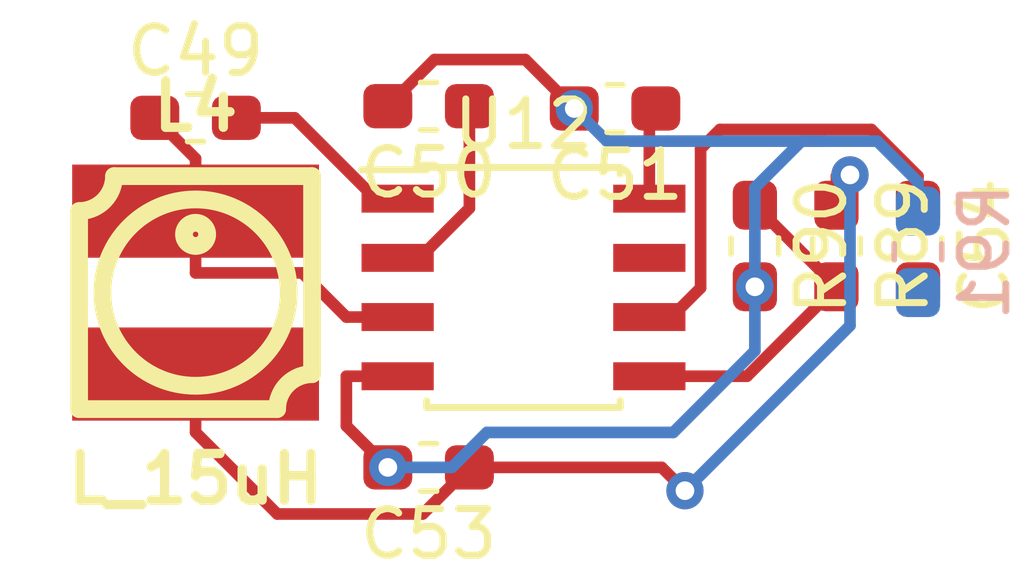
<source format=kicad_pcb>
(kicad_pcb (version 20171130) (host pcbnew 5.0.2-bee76a0~70~ubuntu18.04.1)

  (general
    (thickness 1.6)
    (drawings 0)
    (tracks 60)
    (zones 0)
    (modules 10)
    (nets 11)
  )

  (page A4)
  (layers
    (0 F.Cu signal)
    (31 B.Cu signal)
    (32 B.Adhes user)
    (33 F.Adhes user)
    (34 B.Paste user)
    (35 F.Paste user)
    (36 B.SilkS user)
    (37 F.SilkS user)
    (38 B.Mask user)
    (39 F.Mask user)
    (40 Dwgs.User user)
    (41 Cmts.User user)
    (42 Eco1.User user)
    (43 Eco2.User user)
    (44 Edge.Cuts user)
    (45 Margin user)
    (46 B.CrtYd user)
    (47 F.CrtYd user)
    (48 B.Fab user)
    (49 F.Fab user)
  )

  (setup
    (last_trace_width 0.25)
    (trace_clearance 0.2)
    (zone_clearance 0.508)
    (zone_45_only no)
    (trace_min 0.2)
    (segment_width 0.2)
    (edge_width 0.1)
    (via_size 0.8)
    (via_drill 0.4)
    (via_min_size 0.4)
    (via_min_drill 0.3)
    (uvia_size 0.3)
    (uvia_drill 0.1)
    (uvias_allowed no)
    (uvia_min_size 0.2)
    (uvia_min_drill 0.1)
    (pcb_text_width 0.3)
    (pcb_text_size 1.5 1.5)
    (mod_edge_width 0.15)
    (mod_text_size 1 1)
    (mod_text_width 0.15)
    (pad_size 1.5 1.5)
    (pad_drill 0.6)
    (pad_to_mask_clearance 0)
    (aux_axis_origin 0 0)
    (visible_elements FFFFFF7F)
    (pcbplotparams
      (layerselection 0x010fc_ffffffff)
      (usegerberextensions false)
      (usegerberattributes false)
      (usegerberadvancedattributes false)
      (creategerberjobfile false)
      (excludeedgelayer true)
      (linewidth 0.100000)
      (plotframeref false)
      (viasonmask false)
      (mode 1)
      (useauxorigin false)
      (hpglpennumber 1)
      (hpglpenspeed 20)
      (hpglpendiameter 15.000000)
      (psnegative false)
      (psa4output false)
      (plotreference true)
      (plotvalue true)
      (plotinvisibletext false)
      (padsonsilk false)
      (subtractmaskfromsilk false)
      (outputformat 1)
      (mirror false)
      (drillshape 1)
      (scaleselection 1)
      (outputdirectory ""))
  )

  (net 0 "")
  (net 1 +3V3_STM32)
  (net 2 "Net-(C49-Pad1)")
  (net 3 "Net-(R89-Pad2)")
  (net 4 GND)
  (net 5 "Net-(C54-Pad2)")
  (net 6 "Net-(C49-Pad2)")
  (net 7 +12V)
  (net 8 "Net-(C54-Pad1)")
  (net 9 "Net-(U12-Pad7)")
  (net 10 "Net-(C51-Pad1)")

  (net_class Default "This is the default net class."
    (clearance 0.2)
    (trace_width 0.25)
    (via_dia 0.8)
    (via_drill 0.4)
    (uvia_dia 0.3)
    (uvia_drill 0.1)
    (add_net +12V)
    (add_net +3V3_STM32)
    (add_net GND)
    (add_net "Net-(C49-Pad1)")
    (add_net "Net-(C49-Pad2)")
    (add_net "Net-(C51-Pad1)")
    (add_net "Net-(C54-Pad1)")
    (add_net "Net-(C54-Pad2)")
    (add_net "Net-(R89-Pad2)")
    (add_net "Net-(U12-Pad7)")
  )

  (module Capacitor_SMD:C_0603_1608Metric_Pad1.05x0.95mm_HandSolder (layer F.Cu) (tedit 5B301BBE) (tstamp 5CE6C828)
    (at 21.5 11.75 180)
    (descr "Capacitor SMD 0603 (1608 Metric), square (rectangular) end terminal, IPC_7351 nominal with elongated pad for handsoldering. (Body size source: http://www.tortai-tech.com/upload/download/2011102023233369053.pdf), generated with kicad-footprint-generator")
    (tags "capacitor handsolder")
    (path /5CC95CF5)
    (attr smd)
    (fp_text reference C50 (at 0 -1.43 180) (layer F.SilkS)
      (effects (font (size 1 1) (thickness 0.15)))
    )
    (fp_text value C106,0603 (at 0 1.43 180) (layer F.Fab)
      (effects (font (size 1 1) (thickness 0.15)))
    )
    (fp_line (start -0.8 0.4) (end -0.8 -0.4) (layer F.Fab) (width 0.1))
    (fp_line (start -0.8 -0.4) (end 0.8 -0.4) (layer F.Fab) (width 0.1))
    (fp_line (start 0.8 -0.4) (end 0.8 0.4) (layer F.Fab) (width 0.1))
    (fp_line (start 0.8 0.4) (end -0.8 0.4) (layer F.Fab) (width 0.1))
    (fp_line (start -0.171267 -0.51) (end 0.171267 -0.51) (layer F.SilkS) (width 0.12))
    (fp_line (start -0.171267 0.51) (end 0.171267 0.51) (layer F.SilkS) (width 0.12))
    (fp_line (start -1.65 0.73) (end -1.65 -0.73) (layer F.CrtYd) (width 0.05))
    (fp_line (start -1.65 -0.73) (end 1.65 -0.73) (layer F.CrtYd) (width 0.05))
    (fp_line (start 1.65 -0.73) (end 1.65 0.73) (layer F.CrtYd) (width 0.05))
    (fp_line (start 1.65 0.73) (end -1.65 0.73) (layer F.CrtYd) (width 0.05))
    (fp_text user %R (at 0 0 180) (layer F.Fab)
      (effects (font (size 0.4 0.4) (thickness 0.06)))
    )
    (pad 1 smd roundrect (at -0.875 0 180) (size 1.05 0.95) (layers F.Cu F.Paste F.Mask) (roundrect_rratio 0.25)
      (net 7 +12V))
    (pad 2 smd roundrect (at 0.875 0 180) (size 1.05 0.95) (layers F.Cu F.Paste F.Mask) (roundrect_rratio 0.25)
      (net 4 GND))
    (model ${KISYS3DMOD}/Capacitor_SMD.3dshapes/C_0603_1608Metric.wrl
      (at (xyz 0 0 0))
      (scale (xyz 1 1 1))
      (rotate (xyz 0 0 0))
    )
  )

  (module Capacitor_SMD:C_0603_1608Metric_Pad1.05x0.95mm_HandSolder (layer F.Cu) (tedit 5B301BBE) (tstamp 5CE6B77E)
    (at 21.5 19.5 180)
    (descr "Capacitor SMD 0603 (1608 Metric), square (rectangular) end terminal, IPC_7351 nominal with elongated pad for handsoldering. (Body size source: http://www.tortai-tech.com/upload/download/2011102023233369053.pdf), generated with kicad-footprint-generator")
    (tags "capacitor handsolder")
    (path /5CC95BA7)
    (attr smd)
    (fp_text reference C53 (at 0 -1.43 180) (layer F.SilkS)
      (effects (font (size 1 1) (thickness 0.15)))
    )
    (fp_text value C226,6.3v,0603 (at 0 1.43 180) (layer F.Fab)
      (effects (font (size 1 1) (thickness 0.15)))
    )
    (fp_line (start -0.8 0.4) (end -0.8 -0.4) (layer F.Fab) (width 0.1))
    (fp_line (start -0.8 -0.4) (end 0.8 -0.4) (layer F.Fab) (width 0.1))
    (fp_line (start 0.8 -0.4) (end 0.8 0.4) (layer F.Fab) (width 0.1))
    (fp_line (start 0.8 0.4) (end -0.8 0.4) (layer F.Fab) (width 0.1))
    (fp_line (start -0.171267 -0.51) (end 0.171267 -0.51) (layer F.SilkS) (width 0.12))
    (fp_line (start -0.171267 0.51) (end 0.171267 0.51) (layer F.SilkS) (width 0.12))
    (fp_line (start -1.65 0.73) (end -1.65 -0.73) (layer F.CrtYd) (width 0.05))
    (fp_line (start -1.65 -0.73) (end 1.65 -0.73) (layer F.CrtYd) (width 0.05))
    (fp_line (start 1.65 -0.73) (end 1.65 0.73) (layer F.CrtYd) (width 0.05))
    (fp_line (start 1.65 0.73) (end -1.65 0.73) (layer F.CrtYd) (width 0.05))
    (fp_text user %R (at 0 0 180) (layer F.Fab)
      (effects (font (size 0.4 0.4) (thickness 0.06)))
    )
    (pad 1 smd roundrect (at -0.875 0 180) (size 1.05 0.95) (layers F.Cu F.Paste F.Mask) (roundrect_rratio 0.25)
      (net 1 +3V3_STM32))
    (pad 2 smd roundrect (at 0.875 0 180) (size 1.05 0.95) (layers F.Cu F.Paste F.Mask) (roundrect_rratio 0.25)
      (net 4 GND))
    (model ${KISYS3DMOD}/Capacitor_SMD.3dshapes/C_0603_1608Metric.wrl
      (at (xyz 0 0 0))
      (scale (xyz 1 1 1))
      (rotate (xyz 0 0 0))
    )
  )

  (module Capacitor_SMD:C_0603_1608Metric_Pad1.05x0.95mm_HandSolder (layer F.Cu) (tedit 5B301BBE) (tstamp 5CE6AD82)
    (at 32 14.75 270)
    (descr "Capacitor SMD 0603 (1608 Metric), square (rectangular) end terminal, IPC_7351 nominal with elongated pad for handsoldering. (Body size source: http://www.tortai-tech.com/upload/download/2011102023233369053.pdf), generated with kicad-footprint-generator")
    (tags "capacitor handsolder")
    (path /5CC8C910)
    (attr smd)
    (fp_text reference C54 (at 0 -1.43 270) (layer F.SilkS)
      (effects (font (size 1 1) (thickness 0.15)))
    )
    (fp_text value C332,0603 (at 0 1.43 270) (layer F.Fab)
      (effects (font (size 1 1) (thickness 0.15)))
    )
    (fp_line (start -0.8 0.4) (end -0.8 -0.4) (layer F.Fab) (width 0.1))
    (fp_line (start -0.8 -0.4) (end 0.8 -0.4) (layer F.Fab) (width 0.1))
    (fp_line (start 0.8 -0.4) (end 0.8 0.4) (layer F.Fab) (width 0.1))
    (fp_line (start 0.8 0.4) (end -0.8 0.4) (layer F.Fab) (width 0.1))
    (fp_line (start -0.171267 -0.51) (end 0.171267 -0.51) (layer F.SilkS) (width 0.12))
    (fp_line (start -0.171267 0.51) (end 0.171267 0.51) (layer F.SilkS) (width 0.12))
    (fp_line (start -1.65 0.73) (end -1.65 -0.73) (layer F.CrtYd) (width 0.05))
    (fp_line (start -1.65 -0.73) (end 1.65 -0.73) (layer F.CrtYd) (width 0.05))
    (fp_line (start 1.65 -0.73) (end 1.65 0.73) (layer F.CrtYd) (width 0.05))
    (fp_line (start 1.65 0.73) (end -1.65 0.73) (layer F.CrtYd) (width 0.05))
    (fp_text user %R (at 0 0 270) (layer F.Fab)
      (effects (font (size 0.4 0.4) (thickness 0.06)))
    )
    (pad 1 smd roundrect (at -0.875 0 270) (size 1.05 0.95) (layers F.Cu F.Paste F.Mask) (roundrect_rratio 0.25)
      (net 8 "Net-(C54-Pad1)"))
    (pad 2 smd roundrect (at 0.875 0 270) (size 1.05 0.95) (layers F.Cu F.Paste F.Mask) (roundrect_rratio 0.25)
      (net 5 "Net-(C54-Pad2)"))
    (model ${KISYS3DMOD}/Capacitor_SMD.3dshapes/C_0603_1608Metric.wrl
      (at (xyz 0 0 0))
      (scale (xyz 1 1 1))
      (rotate (xyz 0 0 0))
    )
  )

  (module Capacitor_SMD:C_0603_1608Metric_Pad1.05x0.95mm_HandSolder (layer F.Cu) (tedit 5B301BBE) (tstamp 5CE6AD71)
    (at 25.5 11.8 180)
    (descr "Capacitor SMD 0603 (1608 Metric), square (rectangular) end terminal, IPC_7351 nominal with elongated pad for handsoldering. (Body size source: http://www.tortai-tech.com/upload/download/2011102023233369053.pdf), generated with kicad-footprint-generator")
    (tags "capacitor handsolder")
    (path /5CC8BF75)
    (attr smd)
    (fp_text reference C51 (at 0 -1.43 180) (layer F.SilkS)
      (effects (font (size 1 1) (thickness 0.15)))
    )
    (fp_text value C104,0603 (at 0 1.43 180) (layer F.Fab)
      (effects (font (size 1 1) (thickness 0.15)))
    )
    (fp_text user %R (at 0 0 180) (layer F.Fab)
      (effects (font (size 0.4 0.4) (thickness 0.06)))
    )
    (fp_line (start 1.65 0.73) (end -1.65 0.73) (layer F.CrtYd) (width 0.05))
    (fp_line (start 1.65 -0.73) (end 1.65 0.73) (layer F.CrtYd) (width 0.05))
    (fp_line (start -1.65 -0.73) (end 1.65 -0.73) (layer F.CrtYd) (width 0.05))
    (fp_line (start -1.65 0.73) (end -1.65 -0.73) (layer F.CrtYd) (width 0.05))
    (fp_line (start -0.171267 0.51) (end 0.171267 0.51) (layer F.SilkS) (width 0.12))
    (fp_line (start -0.171267 -0.51) (end 0.171267 -0.51) (layer F.SilkS) (width 0.12))
    (fp_line (start 0.8 0.4) (end -0.8 0.4) (layer F.Fab) (width 0.1))
    (fp_line (start 0.8 -0.4) (end 0.8 0.4) (layer F.Fab) (width 0.1))
    (fp_line (start -0.8 -0.4) (end 0.8 -0.4) (layer F.Fab) (width 0.1))
    (fp_line (start -0.8 0.4) (end -0.8 -0.4) (layer F.Fab) (width 0.1))
    (pad 2 smd roundrect (at 0.875 0 180) (size 1.05 0.95) (layers F.Cu F.Paste F.Mask) (roundrect_rratio 0.25)
      (net 4 GND))
    (pad 1 smd roundrect (at -0.875 0 180) (size 1.05 0.95) (layers F.Cu F.Paste F.Mask) (roundrect_rratio 0.25)
      (net 10 "Net-(C51-Pad1)"))
    (model ${KISYS3DMOD}/Capacitor_SMD.3dshapes/C_0603_1608Metric.wrl
      (at (xyz 0 0 0))
      (scale (xyz 1 1 1))
      (rotate (xyz 0 0 0))
    )
  )

  (module Capacitor_SMD:C_0603_1608Metric_Pad1.05x0.95mm_HandSolder (layer F.Cu) (tedit 5B301BBE) (tstamp 5CE6AD60)
    (at 16.5 12)
    (descr "Capacitor SMD 0603 (1608 Metric), square (rectangular) end terminal, IPC_7351 nominal with elongated pad for handsoldering. (Body size source: http://www.tortai-tech.com/upload/download/2011102023233369053.pdf), generated with kicad-footprint-generator")
    (tags "capacitor handsolder")
    (path /5CC8C369)
    (attr smd)
    (fp_text reference C49 (at 0 -1.43) (layer F.SilkS)
      (effects (font (size 1 1) (thickness 0.15)))
    )
    (fp_text value C103,0603 (at 0 1.43) (layer F.Fab)
      (effects (font (size 1 1) (thickness 0.15)))
    )
    (fp_text user %R (at 0 0) (layer F.Fab)
      (effects (font (size 0.4 0.4) (thickness 0.06)))
    )
    (fp_line (start 1.65 0.73) (end -1.65 0.73) (layer F.CrtYd) (width 0.05))
    (fp_line (start 1.65 -0.73) (end 1.65 0.73) (layer F.CrtYd) (width 0.05))
    (fp_line (start -1.65 -0.73) (end 1.65 -0.73) (layer F.CrtYd) (width 0.05))
    (fp_line (start -1.65 0.73) (end -1.65 -0.73) (layer F.CrtYd) (width 0.05))
    (fp_line (start -0.171267 0.51) (end 0.171267 0.51) (layer F.SilkS) (width 0.12))
    (fp_line (start -0.171267 -0.51) (end 0.171267 -0.51) (layer F.SilkS) (width 0.12))
    (fp_line (start 0.8 0.4) (end -0.8 0.4) (layer F.Fab) (width 0.1))
    (fp_line (start 0.8 -0.4) (end 0.8 0.4) (layer F.Fab) (width 0.1))
    (fp_line (start -0.8 -0.4) (end 0.8 -0.4) (layer F.Fab) (width 0.1))
    (fp_line (start -0.8 0.4) (end -0.8 -0.4) (layer F.Fab) (width 0.1))
    (pad 2 smd roundrect (at 0.875 0) (size 1.05 0.95) (layers F.Cu F.Paste F.Mask) (roundrect_rratio 0.25)
      (net 6 "Net-(C49-Pad2)"))
    (pad 1 smd roundrect (at -0.875 0) (size 1.05 0.95) (layers F.Cu F.Paste F.Mask) (roundrect_rratio 0.25)
      (net 2 "Net-(C49-Pad1)"))
    (model ${KISYS3DMOD}/Capacitor_SMD.3dshapes/C_0603_1608Metric.wrl
      (at (xyz 0 0 0))
      (scale (xyz 1 1 1))
      (rotate (xyz 0 0 0))
    )
  )

  (module Package_SO:SOIC-8_3.9x4.9mm_P1.27mm (layer F.Cu) (tedit 5A02F2D3) (tstamp 5CE6AD4F)
    (at 23.5357 15.6394)
    (descr "8-Lead Plastic Small Outline (SN) - Narrow, 3.90 mm Body [SOIC] (see Microchip Packaging Specification http://ww1.microchip.com/downloads/en/PackagingSpec/00000049BQ.pdf)")
    (tags "SOIC 1.27")
    (path /5CC8BB6B)
    (attr smd)
    (fp_text reference U12 (at 0 -3.5) (layer F.SilkS)
      (effects (font (size 1 1) (thickness 0.15)))
    )
    (fp_text value MP2303A_ALT (at 0 3.5) (layer F.Fab)
      (effects (font (size 1 1) (thickness 0.15)))
    )
    (fp_text user %R (at 0 0) (layer F.Fab)
      (effects (font (size 1 1) (thickness 0.15)))
    )
    (fp_line (start -0.95 -2.45) (end 1.95 -2.45) (layer F.Fab) (width 0.1))
    (fp_line (start 1.95 -2.45) (end 1.95 2.45) (layer F.Fab) (width 0.1))
    (fp_line (start 1.95 2.45) (end -1.95 2.45) (layer F.Fab) (width 0.1))
    (fp_line (start -1.95 2.45) (end -1.95 -1.45) (layer F.Fab) (width 0.1))
    (fp_line (start -1.95 -1.45) (end -0.95 -2.45) (layer F.Fab) (width 0.1))
    (fp_line (start -3.73 -2.7) (end -3.73 2.7) (layer F.CrtYd) (width 0.05))
    (fp_line (start 3.73 -2.7) (end 3.73 2.7) (layer F.CrtYd) (width 0.05))
    (fp_line (start -3.73 -2.7) (end 3.73 -2.7) (layer F.CrtYd) (width 0.05))
    (fp_line (start -3.73 2.7) (end 3.73 2.7) (layer F.CrtYd) (width 0.05))
    (fp_line (start -2.075 -2.575) (end -2.075 -2.525) (layer F.SilkS) (width 0.15))
    (fp_line (start 2.075 -2.575) (end 2.075 -2.43) (layer F.SilkS) (width 0.15))
    (fp_line (start 2.075 2.575) (end 2.075 2.43) (layer F.SilkS) (width 0.15))
    (fp_line (start -2.075 2.575) (end -2.075 2.43) (layer F.SilkS) (width 0.15))
    (fp_line (start -2.075 -2.575) (end 2.075 -2.575) (layer F.SilkS) (width 0.15))
    (fp_line (start -2.075 2.575) (end 2.075 2.575) (layer F.SilkS) (width 0.15))
    (fp_line (start -2.075 -2.525) (end -3.475 -2.525) (layer F.SilkS) (width 0.15))
    (pad 1 smd rect (at -2.7 -1.905) (size 1.55 0.6) (layers F.Cu F.Paste F.Mask)
      (net 6 "Net-(C49-Pad2)"))
    (pad 2 smd rect (at -2.7 -0.635) (size 1.55 0.6) (layers F.Cu F.Paste F.Mask)
      (net 7 +12V))
    (pad 3 smd rect (at -2.7 0.635) (size 1.55 0.6) (layers F.Cu F.Paste F.Mask)
      (net 2 "Net-(C49-Pad1)"))
    (pad 4 smd rect (at -2.7 1.905) (size 1.55 0.6) (layers F.Cu F.Paste F.Mask)
      (net 4 GND))
    (pad 5 smd rect (at 2.7 1.905) (size 1.55 0.6) (layers F.Cu F.Paste F.Mask)
      (net 3 "Net-(R89-Pad2)"))
    (pad 6 smd rect (at 2.7 0.635) (size 1.55 0.6) (layers F.Cu F.Paste F.Mask)
      (net 8 "Net-(C54-Pad1)"))
    (pad 7 smd rect (at 2.7 -0.635) (size 1.55 0.6) (layers F.Cu F.Paste F.Mask)
      (net 9 "Net-(U12-Pad7)"))
    (pad 8 smd rect (at 2.7 -1.905) (size 1.55 0.6) (layers F.Cu F.Paste F.Mask)
      (net 10 "Net-(C51-Pad1)"))
    (model ${KISYS3DMOD}/Package_SO.3dshapes/SOIC-8_3.9x4.9mm_P1.27mm.wrl
      (at (xyz 0 0 0))
      (scale (xyz 1 1 1))
      (rotate (xyz 0 0 0))
    )
  )

  (module Resistor_SMD:R_0603_1608Metric_Pad1.05x0.95mm_HandSolder (layer B.Cu) (tedit 5B301BBD) (tstamp 5CE6AD32)
    (at 32 14.875 90)
    (descr "Resistor SMD 0603 (1608 Metric), square (rectangular) end terminal, IPC_7351 nominal with elongated pad for handsoldering. (Body size source: http://www.tortai-tech.com/upload/download/2011102023233369053.pdf), generated with kicad-footprint-generator")
    (tags "resistor handsolder")
    (path /5CC8C6EB)
    (attr smd)
    (fp_text reference R91 (at 0 1.43 90) (layer B.SilkS)
      (effects (font (size 1 1) (thickness 0.15)) (justify mirror))
    )
    (fp_text value R562,0603 (at 0 -1.43 90) (layer B.Fab)
      (effects (font (size 1 1) (thickness 0.15)) (justify mirror))
    )
    (fp_line (start -0.8 -0.4) (end -0.8 0.4) (layer B.Fab) (width 0.1))
    (fp_line (start -0.8 0.4) (end 0.8 0.4) (layer B.Fab) (width 0.1))
    (fp_line (start 0.8 0.4) (end 0.8 -0.4) (layer B.Fab) (width 0.1))
    (fp_line (start 0.8 -0.4) (end -0.8 -0.4) (layer B.Fab) (width 0.1))
    (fp_line (start -0.171267 0.51) (end 0.171267 0.51) (layer B.SilkS) (width 0.12))
    (fp_line (start -0.171267 -0.51) (end 0.171267 -0.51) (layer B.SilkS) (width 0.12))
    (fp_line (start -1.65 -0.73) (end -1.65 0.73) (layer B.CrtYd) (width 0.05))
    (fp_line (start -1.65 0.73) (end 1.65 0.73) (layer B.CrtYd) (width 0.05))
    (fp_line (start 1.65 0.73) (end 1.65 -0.73) (layer B.CrtYd) (width 0.05))
    (fp_line (start 1.65 -0.73) (end -1.65 -0.73) (layer B.CrtYd) (width 0.05))
    (fp_text user %R (at 0 0 90) (layer B.Fab)
      (effects (font (size 0.4 0.4) (thickness 0.06)) (justify mirror))
    )
    (pad 1 smd roundrect (at -0.875 0 90) (size 1.05 0.95) (layers B.Cu B.Paste B.Mask) (roundrect_rratio 0.25)
      (net 5 "Net-(C54-Pad2)"))
    (pad 2 smd roundrect (at 0.875 0 90) (size 1.05 0.95) (layers B.Cu B.Paste B.Mask) (roundrect_rratio 0.25)
      (net 4 GND))
    (model ${KISYS3DMOD}/Resistor_SMD.3dshapes/R_0603_1608Metric.wrl
      (at (xyz 0 0 0))
      (scale (xyz 1 1 1))
      (rotate (xyz 0 0 0))
    )
  )

  (module Resistor_SMD:R_0603_1608Metric_Pad1.05x0.95mm_HandSolder (layer F.Cu) (tedit 5B301BBD) (tstamp 5CE6AD21)
    (at 28.5 14.75 270)
    (descr "Resistor SMD 0603 (1608 Metric), square (rectangular) end terminal, IPC_7351 nominal with elongated pad for handsoldering. (Body size source: http://www.tortai-tech.com/upload/download/2011102023233369053.pdf), generated with kicad-footprint-generator")
    (tags "resistor handsolder")
    (path /5CC8CDDD)
    (attr smd)
    (fp_text reference R90 (at 0 -1.43 270) (layer F.SilkS)
      (effects (font (size 1 1) (thickness 0.15)))
    )
    (fp_text value R103,0603 (at 0 1.43 270) (layer F.Fab)
      (effects (font (size 1 1) (thickness 0.15)))
    )
    (fp_text user %R (at 0 0 270) (layer F.Fab)
      (effects (font (size 0.4 0.4) (thickness 0.06)))
    )
    (fp_line (start 1.65 0.73) (end -1.65 0.73) (layer F.CrtYd) (width 0.05))
    (fp_line (start 1.65 -0.73) (end 1.65 0.73) (layer F.CrtYd) (width 0.05))
    (fp_line (start -1.65 -0.73) (end 1.65 -0.73) (layer F.CrtYd) (width 0.05))
    (fp_line (start -1.65 0.73) (end -1.65 -0.73) (layer F.CrtYd) (width 0.05))
    (fp_line (start -0.171267 0.51) (end 0.171267 0.51) (layer F.SilkS) (width 0.12))
    (fp_line (start -0.171267 -0.51) (end 0.171267 -0.51) (layer F.SilkS) (width 0.12))
    (fp_line (start 0.8 0.4) (end -0.8 0.4) (layer F.Fab) (width 0.1))
    (fp_line (start 0.8 -0.4) (end 0.8 0.4) (layer F.Fab) (width 0.1))
    (fp_line (start -0.8 -0.4) (end 0.8 -0.4) (layer F.Fab) (width 0.1))
    (fp_line (start -0.8 0.4) (end -0.8 -0.4) (layer F.Fab) (width 0.1))
    (pad 2 smd roundrect (at 0.875 0 270) (size 1.05 0.95) (layers F.Cu F.Paste F.Mask) (roundrect_rratio 0.25)
      (net 4 GND))
    (pad 1 smd roundrect (at -0.875 0 270) (size 1.05 0.95) (layers F.Cu F.Paste F.Mask) (roundrect_rratio 0.25)
      (net 3 "Net-(R89-Pad2)"))
    (model ${KISYS3DMOD}/Resistor_SMD.3dshapes/R_0603_1608Metric.wrl
      (at (xyz 0 0 0))
      (scale (xyz 1 1 1))
      (rotate (xyz 0 0 0))
    )
  )

  (module Resistor_SMD:R_0603_1608Metric_Pad1.05x0.95mm_HandSolder (layer F.Cu) (tedit 5B301BBD) (tstamp 5CE6AD10)
    (at 30.25 14.75 270)
    (descr "Resistor SMD 0603 (1608 Metric), square (rectangular) end terminal, IPC_7351 nominal with elongated pad for handsoldering. (Body size source: http://www.tortai-tech.com/upload/download/2011102023233369053.pdf), generated with kicad-footprint-generator")
    (tags "resistor handsolder")
    (path /5CC8CF8B)
    (attr smd)
    (fp_text reference R89 (at 0 -1.43 270) (layer F.SilkS)
      (effects (font (size 1 1) (thickness 0.15)))
    )
    (fp_text value R333,0603 (at 0 1.43 270) (layer F.Fab)
      (effects (font (size 1 1) (thickness 0.15)))
    )
    (fp_line (start -0.8 0.4) (end -0.8 -0.4) (layer F.Fab) (width 0.1))
    (fp_line (start -0.8 -0.4) (end 0.8 -0.4) (layer F.Fab) (width 0.1))
    (fp_line (start 0.8 -0.4) (end 0.8 0.4) (layer F.Fab) (width 0.1))
    (fp_line (start 0.8 0.4) (end -0.8 0.4) (layer F.Fab) (width 0.1))
    (fp_line (start -0.171267 -0.51) (end 0.171267 -0.51) (layer F.SilkS) (width 0.12))
    (fp_line (start -0.171267 0.51) (end 0.171267 0.51) (layer F.SilkS) (width 0.12))
    (fp_line (start -1.65 0.73) (end -1.65 -0.73) (layer F.CrtYd) (width 0.05))
    (fp_line (start -1.65 -0.73) (end 1.65 -0.73) (layer F.CrtYd) (width 0.05))
    (fp_line (start 1.65 -0.73) (end 1.65 0.73) (layer F.CrtYd) (width 0.05))
    (fp_line (start 1.65 0.73) (end -1.65 0.73) (layer F.CrtYd) (width 0.05))
    (fp_text user %R (at 0 0 270) (layer F.Fab)
      (effects (font (size 0.4 0.4) (thickness 0.06)))
    )
    (pad 1 smd roundrect (at -0.875 0 270) (size 1.05 0.95) (layers F.Cu F.Paste F.Mask) (roundrect_rratio 0.25)
      (net 1 +3V3_STM32))
    (pad 2 smd roundrect (at 0.875 0 270) (size 1.05 0.95) (layers F.Cu F.Paste F.Mask) (roundrect_rratio 0.25)
      (net 3 "Net-(R89-Pad2)"))
    (model ${KISYS3DMOD}/Resistor_SMD.3dshapes/R_0603_1608Metric.wrl
      (at (xyz 0 0 0))
      (scale (xyz 1 1 1))
      (rotate (xyz 0 0 0))
    )
  )

  (module w_smd_inductors:inductor_smd_4.8x2.8mm (layer F.Cu) (tedit 5B630FA4) (tstamp 5CE6ACFF)
    (at 16.5 15.75)
    (descr "Inductor SMD, d.4.8mm x h.2.8mm")
    (path /5CC8C4E9)
    (fp_text reference L4 (at 0 -4) (layer F.SilkS)
      (effects (font (size 1 1) (thickness 0.2)))
    )
    (fp_text value L_15uH (at 0 4) (layer F.SilkS)
      (effects (font (size 1 1) (thickness 0.2)))
    )
    (fp_circle (center 0 0) (end -1.99898 0) (layer F.SilkS) (width 0.381))
    (fp_arc (start -2.49936 -2.49936) (end -1.75006 -2.49936) (angle 90) (layer F.SilkS) (width 0.381))
    (fp_arc (start 2.49936 2.49936) (end 1.75006 2.49936) (angle 90) (layer F.SilkS) (width 0.381))
    (fp_line (start -2.49936 2.49936) (end -2.49936 -1.75006) (layer F.SilkS) (width 0.381))
    (fp_line (start 1.75006 2.49936) (end -2.49936 2.49936) (layer F.SilkS) (width 0.381))
    (fp_line (start 2.49936 -2.49936) (end 2.49936 1.75006) (layer F.SilkS) (width 0.381))
    (fp_line (start -1.75006 -2.49936) (end 2.49936 -2.49936) (layer F.SilkS) (width 0.381))
    (fp_circle (center 0 -1.24968) (end 0 -1.00076) (layer F.SilkS) (width 0.381))
    (pad 2 smd rect (at 0 1.74752) (size 5.2959 1.99898) (layers F.Cu F.Paste F.Mask)
      (net 1 +3V3_STM32))
    (pad 1 smd rect (at 0 -1.74752) (size 5.2959 1.99898) (layers F.Cu F.Paste F.Mask)
      (net 2 "Net-(C49-Pad1)"))
    (model ${HOME}/_workspace/kicad/kicad_library/smisioto-footprints/modules/packages3d/walter/smd_inductors/inductor_smd_4.8x2.8mm.wrl
      (at (xyz 0 0 0))
      (scale (xyz 1 1 1))
      (rotate (xyz 0 0 0))
    )
  )

  (segment (start 22.375 19.5) (end 21.375 20.5) (width 0.25) (layer F.Cu) (net 1) (status 10))
  (segment (start 16.5 18.74701) (end 16.5 17.49752) (width 0.25) (layer F.Cu) (net 1) (status 20))
  (segment (start 18.25299 20.5) (end 16.5 18.74701) (width 0.25) (layer F.Cu) (net 1))
  (segment (start 21.375 20.5) (end 18.25299 20.5) (width 0.25) (layer F.Cu) (net 1))
  (via (at 27 20) (size 0.8) (drill 0.4) (layers F.Cu B.Cu) (net 1))
  (segment (start 26.5 19.5) (end 27 20) (width 0.25) (layer F.Cu) (net 1))
  (segment (start 22.375 19.5) (end 26.5 19.5) (width 0.25) (layer F.Cu) (net 1) (status 10))
  (segment (start 30.54128 16.45872) (end 30.54128 13.22501) (width 0.25) (layer B.Cu) (net 1))
  (segment (start 27 20) (end 30.54128 16.45872) (width 0.25) (layer B.Cu) (net 1))
  (segment (start 30.27499 13.22501) (end 30.54128 13.22501) (width 0.25) (layer F.Cu) (net 1))
  (segment (start 30.25 13.25) (end 30.27499 13.22501) (width 0.25) (layer F.Cu) (net 1))
  (segment (start 30.25 13.875) (end 30.25 13.25) (width 0.25) (layer F.Cu) (net 1) (status 10))
  (via (at 30.54128 13.22501) (size 0.8) (drill 0.4) (layers F.Cu B.Cu) (net 1))
  (segment (start 16.5 14.0025) (end 16.5 15.3273) (width 0.25) (layer F.Cu) (net 2) (status 10))
  (segment (start 20.8357 16.2744) (end 19.7354 16.2744) (width 0.25) (layer F.Cu) (net 2) (status 10))
  (segment (start 16.5 15.3273) (end 18.7883 15.3273) (width 0.25) (layer F.Cu) (net 2))
  (segment (start 18.7883 15.3273) (end 19.7354 16.2744) (width 0.25) (layer F.Cu) (net 2))
  (segment (start 16.5 12.875) (end 15.625 12) (width 0.25) (layer F.Cu) (net 2) (status 20))
  (segment (start 16.5 14.00248) (end 16.5 12.875) (width 0.25) (layer F.Cu) (net 2) (status 10))
  (segment (start 30.25 15.625) (end 28.5 13.875) (width 0.25) (layer F.Cu) (net 3) (status 30))
  (segment (start 26.2357 17.5444) (end 28.3306 17.5444) (width 0.25) (layer F.Cu) (net 3) (status 10))
  (segment (start 28.3306 17.5444) (end 30.25 15.625) (width 0.25) (layer F.Cu) (net 3) (status 20))
  (segment (start 20.8357 17.5444) (end 19.7354 17.5444) (width 0.25) (layer F.Cu) (net 4) (status 10))
  (segment (start 19.7354 17.5444) (end 19.7354 18.6104) (width 0.25) (layer F.Cu) (net 4))
  (segment (start 19.7354 18.6104) (end 20.625 19.5) (width 0.25) (layer F.Cu) (net 4) (status 20))
  (segment (start 24.625 11.8) (end 23.575 10.75) (width 0.25) (layer F.Cu) (net 4) (status 10))
  (segment (start 21.625 10.75) (end 20.625 11.75) (width 0.25) (layer F.Cu) (net 4) (status 20))
  (segment (start 23.575 10.75) (end 21.625 10.75) (width 0.25) (layer F.Cu) (net 4))
  (segment (start 32 13.375) (end 31.125 12.5) (width 0.25) (layer B.Cu) (net 4))
  (segment (start 32 14) (end 32 13.375) (width 0.25) (layer B.Cu) (net 4) (status 10))
  (segment (start 28.5 13.5) (end 28.5 15.625) (width 0.25) (layer B.Cu) (net 4))
  (segment (start 29.5 12.5) (end 28.5 13.5) (width 0.25) (layer B.Cu) (net 4))
  (via (at 24.625 11.8) (size 0.8) (drill 0.4) (layers F.Cu B.Cu) (net 4) (status 30))
  (segment (start 25.325 12.5) (end 24.625 11.8) (width 0.25) (layer B.Cu) (net 4))
  (segment (start 30 12.5) (end 25.325 12.5) (width 0.25) (layer B.Cu) (net 4))
  (segment (start 31.125 12.5) (end 30 12.5) (width 0.25) (layer B.Cu) (net 4))
  (segment (start 30 12.5) (end 29.5 12.5) (width 0.25) (layer B.Cu) (net 4))
  (segment (start 28.5 15.625) (end 28.5 17) (width 0.25) (layer B.Cu) (net 4))
  (segment (start 28.5 17) (end 26.75 18.75) (width 0.25) (layer B.Cu) (net 4))
  (via (at 20.625 19.5) (size 0.8) (drill 0.4) (layers F.Cu B.Cu) (net 4) (status 30))
  (segment (start 22.75 18.75) (end 22 19.5) (width 0.25) (layer B.Cu) (net 4))
  (segment (start 22 19.5) (end 20.625 19.5) (width 0.25) (layer B.Cu) (net 4))
  (segment (start 26.75 18.75) (end 22.75 18.75) (width 0.25) (layer B.Cu) (net 4))
  (via (at 28.5 15.625) (size 0.8) (drill 0.4) (layers F.Cu B.Cu) (net 4) (status 30))
  (segment (start 32 15.875) (end 32 15.625) (width 0.25) (layer F.Cu) (net 5) (status 30))
  (segment (start 20.3607 13.7344) (end 20.8357 13.7344) (width 0.25) (layer F.Cu) (net 6) (status 30))
  (segment (start 18.6263 12) (end 20.3607 13.7344) (width 0.25) (layer F.Cu) (net 6) (status 20))
  (segment (start 17.375 12) (end 18.6263 12) (width 0.25) (layer F.Cu) (net 6) (status 10))
  (segment (start 22.375 13.9401) (end 21.3107 15.0044) (width 0.25) (layer F.Cu) (net 7) (status 20))
  (segment (start 21.3107 15.0044) (end 20.8357 15.0044) (width 0.25) (layer F.Cu) (net 7) (status 30))
  (segment (start 22.375 11.75) (end 22.375 13.9401) (width 0.25) (layer F.Cu) (net 7) (status 10))
  (segment (start 32 13.875) (end 32 13.25) (width 0.25) (layer F.Cu) (net 8) (status 10))
  (segment (start 27.335701 15.649399) (end 27.335701 12.664299) (width 0.25) (layer F.Cu) (net 8))
  (segment (start 26.7107 16.2744) (end 27.335701 15.649399) (width 0.25) (layer F.Cu) (net 8) (status 10))
  (segment (start 26.2357 16.2744) (end 26.7107 16.2744) (width 0.25) (layer F.Cu) (net 8) (status 30))
  (segment (start 27.75 12.25) (end 31 12.25) (width 0.25) (layer F.Cu) (net 8))
  (segment (start 27.335701 12.664299) (end 27.75 12.25) (width 0.25) (layer F.Cu) (net 8))
  (segment (start 32 13.25) (end 31 12.25) (width 0.25) (layer F.Cu) (net 8))
  (segment (start 26.2357 11.9393) (end 26.375 11.8) (width 0.25) (layer F.Cu) (net 10) (status 30))
  (segment (start 26.2357 13.7344) (end 26.2357 11.9393) (width 0.25) (layer F.Cu) (net 10) (status 30))

)

</source>
